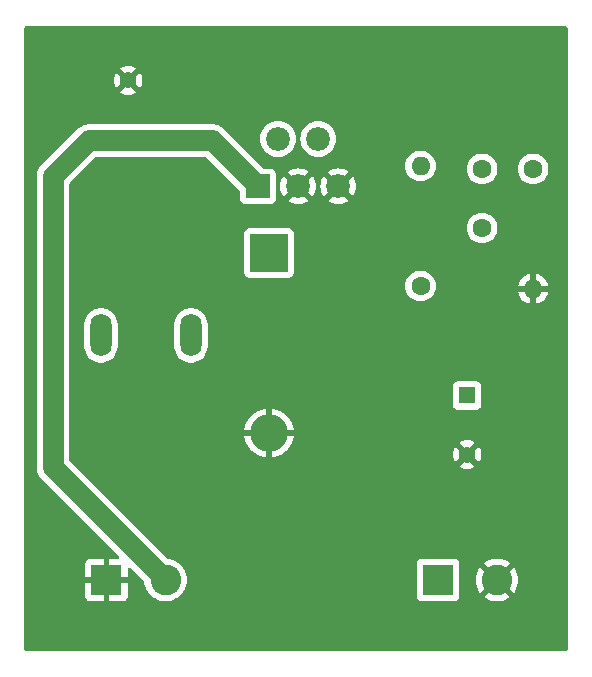
<source format=gbr>
%TF.GenerationSoftware,KiCad,Pcbnew,8.0.5*%
%TF.CreationDate,2024-10-22T15:17:33-04:00*%
%TF.ProjectId,buck_converter_lm2596_5V,6275636b-5f63-46f6-9e76-65727465725f,rev?*%
%TF.SameCoordinates,Original*%
%TF.FileFunction,Copper,L2,Bot*%
%TF.FilePolarity,Positive*%
%FSLAX46Y46*%
G04 Gerber Fmt 4.6, Leading zero omitted, Abs format (unit mm)*
G04 Created by KiCad (PCBNEW 8.0.5) date 2024-10-22 15:17:33*
%MOMM*%
%LPD*%
G01*
G04 APERTURE LIST*
%TA.AperFunction,ComponentPad*%
%ADD10R,2.019300X2.019300*%
%TD*%
%TA.AperFunction,ComponentPad*%
%ADD11C,2.019300*%
%TD*%
%TA.AperFunction,ComponentPad*%
%ADD12C,1.600000*%
%TD*%
%TA.AperFunction,ComponentPad*%
%ADD13R,2.600000X2.600000*%
%TD*%
%TA.AperFunction,ComponentPad*%
%ADD14C,2.600000*%
%TD*%
%TA.AperFunction,ComponentPad*%
%ADD15O,1.600000X1.600000*%
%TD*%
%TA.AperFunction,ComponentPad*%
%ADD16O,1.800000X3.600000*%
%TD*%
%TA.AperFunction,ComponentPad*%
%ADD17R,1.422400X1.422400*%
%TD*%
%TA.AperFunction,ComponentPad*%
%ADD18C,1.422400*%
%TD*%
%TA.AperFunction,ComponentPad*%
%ADD19R,3.200000X3.200000*%
%TD*%
%TA.AperFunction,ComponentPad*%
%ADD20O,3.200000X3.200000*%
%TD*%
%TA.AperFunction,Conductor*%
%ADD21C,1.750000*%
%TD*%
G04 APERTURE END LIST*
D10*
%TO.P,U1,1,VIN*%
%TO.N,Net-(J1-Pin_2)*%
X157429200Y-68656200D03*
D11*
%TO.P,U1,2,OUTPUT*%
%TO.N,LM2596_Output*%
X159131000Y-64643000D03*
%TO.P,U1,3,GND*%
%TO.N,GND*%
X160832800Y-68656200D03*
%TO.P,U1,4,FEEDBACK*%
%TO.N,feedback*%
X162534600Y-64643000D03*
%TO.P,U1,5,\u002AON/OFF*%
%TO.N,GND*%
X164236400Y-68656200D03*
%TD*%
D12*
%TO.P,C4,1*%
%TO.N,Net-(J2-Pin_1)*%
X176403000Y-72183000D03*
%TO.P,C4,2*%
%TO.N,feedback*%
X176403000Y-67183000D03*
%TD*%
D13*
%TO.P,J1,1,Pin_1*%
%TO.N,GND*%
X144606000Y-101981000D03*
D14*
%TO.P,J1,2,Pin_2*%
%TO.N,Net-(J1-Pin_2)*%
X149606000Y-101981000D03*
%TD*%
D12*
%TO.P,R1,1*%
%TO.N,Net-(J2-Pin_1)*%
X171196000Y-77089000D03*
D15*
%TO.P,R1,2*%
%TO.N,feedback*%
X171196000Y-66929000D03*
%TD*%
D13*
%TO.P,J2,1,Pin_1*%
%TO.N,Net-(J2-Pin_1)*%
X172673000Y-101981000D03*
D14*
%TO.P,J2,2,Pin_2*%
%TO.N,GND*%
X177673000Y-101981000D03*
%TD*%
D16*
%TO.P,L1,1,1*%
%TO.N,Net-(J2-Pin_1)*%
X144145000Y-81280000D03*
%TO.P,L1,2,2*%
%TO.N,LM2596_Output*%
X151765000Y-81280000D03*
%TD*%
D17*
%TO.P,C2,1*%
%TO.N,Net-(J2-Pin_1)*%
X175133000Y-86360000D03*
D18*
%TO.P,C2,2*%
%TO.N,GND*%
X175133000Y-91363800D03*
%TD*%
D19*
%TO.P,D1,1,K*%
%TO.N,LM2596_Output*%
X158369000Y-74295000D03*
D20*
%TO.P,D1,2,A*%
%TO.N,GND*%
X158369000Y-89535000D03*
%TD*%
D17*
%TO.P,C1,1*%
%TO.N,Net-(J1-Pin_2)*%
X146431000Y-64770000D03*
D18*
%TO.P,C1,2*%
%TO.N,GND*%
X146431000Y-59690000D03*
%TD*%
D12*
%TO.P,R2,1*%
%TO.N,feedback*%
X180721000Y-67183000D03*
D15*
%TO.P,R2,2*%
%TO.N,GND*%
X180721000Y-77343000D03*
%TD*%
D21*
%TO.N,Net-(J1-Pin_2)*%
X149606000Y-101981000D02*
X140081000Y-92456000D01*
X140081000Y-92456000D02*
X140081000Y-67818000D01*
X140081000Y-67818000D02*
X143129000Y-64770000D01*
X146431000Y-64770000D02*
X153543000Y-64770000D01*
X143129000Y-64770000D02*
X146431000Y-64770000D01*
X153543000Y-64770000D02*
X157429200Y-68656200D01*
%TD*%
%TA.AperFunction,Conductor*%
%TO.N,GND*%
G36*
X183592539Y-55130185D02*
G01*
X183638294Y-55182989D01*
X183649500Y-55234500D01*
X183649500Y-107833500D01*
X183629815Y-107900539D01*
X183577011Y-107946294D01*
X183525500Y-107957500D01*
X137784500Y-107957500D01*
X137717461Y-107937815D01*
X137671706Y-107885011D01*
X137660500Y-107833500D01*
X137660500Y-67709746D01*
X138705500Y-67709746D01*
X138705500Y-92564253D01*
X138739370Y-92778098D01*
X138806272Y-92984006D01*
X138806273Y-92984009D01*
X138904569Y-93176922D01*
X139031821Y-93352071D01*
X139031825Y-93352076D01*
X145649068Y-99969319D01*
X145682553Y-100030642D01*
X145677569Y-100100334D01*
X145635697Y-100156267D01*
X145570233Y-100180684D01*
X145561387Y-100181000D01*
X144856000Y-100181000D01*
X144856000Y-101380998D01*
X144795598Y-101355979D01*
X144670019Y-101331000D01*
X144541981Y-101331000D01*
X144416402Y-101355979D01*
X144356000Y-101380998D01*
X144356000Y-100181000D01*
X143258155Y-100181000D01*
X143198627Y-100187401D01*
X143198620Y-100187403D01*
X143063913Y-100237645D01*
X143063906Y-100237649D01*
X142948812Y-100323809D01*
X142948809Y-100323812D01*
X142862649Y-100438906D01*
X142862645Y-100438913D01*
X142812403Y-100573620D01*
X142812401Y-100573627D01*
X142806000Y-100633155D01*
X142806000Y-101731000D01*
X144005999Y-101731000D01*
X143980979Y-101791402D01*
X143956000Y-101916981D01*
X143956000Y-102045019D01*
X143980979Y-102170598D01*
X144005999Y-102231000D01*
X142806000Y-102231000D01*
X142806000Y-103328844D01*
X142812401Y-103388372D01*
X142812403Y-103388379D01*
X142862645Y-103523086D01*
X142862649Y-103523093D01*
X142948809Y-103638187D01*
X142948812Y-103638190D01*
X143063906Y-103724350D01*
X143063913Y-103724354D01*
X143198620Y-103774596D01*
X143198627Y-103774598D01*
X143258155Y-103780999D01*
X143258172Y-103781000D01*
X144356000Y-103781000D01*
X144356000Y-102581001D01*
X144416402Y-102606021D01*
X144541981Y-102631000D01*
X144670019Y-102631000D01*
X144795598Y-102606021D01*
X144856000Y-102581001D01*
X144856000Y-103781000D01*
X145953828Y-103781000D01*
X145953844Y-103780999D01*
X146013372Y-103774598D01*
X146013379Y-103774596D01*
X146148086Y-103724354D01*
X146148093Y-103724350D01*
X146263187Y-103638190D01*
X146263190Y-103638187D01*
X146349350Y-103523093D01*
X146349354Y-103523086D01*
X146399596Y-103388379D01*
X146399598Y-103388372D01*
X146405999Y-103328844D01*
X146406000Y-103328827D01*
X146406000Y-102231000D01*
X145206001Y-102231000D01*
X145231021Y-102170598D01*
X145256000Y-102045019D01*
X145256000Y-101916981D01*
X145231021Y-101791402D01*
X145206001Y-101731000D01*
X146406000Y-101731000D01*
X146406000Y-101025613D01*
X146425685Y-100958574D01*
X146478489Y-100912819D01*
X146547647Y-100902875D01*
X146611203Y-100931900D01*
X146617681Y-100937932D01*
X147779233Y-102099484D01*
X147812718Y-102160807D01*
X147815205Y-102177896D01*
X147820617Y-102250103D01*
X147820618Y-102250106D01*
X147880663Y-102513186D01*
X147880666Y-102513195D01*
X147926901Y-102631000D01*
X147979257Y-102764398D01*
X148114185Y-102998102D01*
X148167655Y-103065151D01*
X148282442Y-103209089D01*
X148469183Y-103382358D01*
X148480259Y-103392635D01*
X148703226Y-103544651D01*
X148946359Y-103661738D01*
X149204228Y-103741280D01*
X149204229Y-103741280D01*
X149204232Y-103741281D01*
X149471063Y-103781499D01*
X149471068Y-103781499D01*
X149471071Y-103781500D01*
X149471072Y-103781500D01*
X149740928Y-103781500D01*
X149740929Y-103781500D01*
X149740936Y-103781499D01*
X150007767Y-103741281D01*
X150007768Y-103741280D01*
X150007772Y-103741280D01*
X150265641Y-103661738D01*
X150508775Y-103544651D01*
X150731741Y-103392635D01*
X150929561Y-103209085D01*
X151097815Y-102998102D01*
X151232743Y-102764398D01*
X151331334Y-102513195D01*
X151391383Y-102250103D01*
X151411549Y-101981000D01*
X151391383Y-101711897D01*
X151331334Y-101448805D01*
X151232743Y-101197602D01*
X151097815Y-100963898D01*
X150929561Y-100752915D01*
X150929560Y-100752914D01*
X150929557Y-100752910D01*
X150800469Y-100633135D01*
X170872500Y-100633135D01*
X170872500Y-103328870D01*
X170872501Y-103328876D01*
X170878908Y-103388483D01*
X170929202Y-103523328D01*
X170929206Y-103523335D01*
X171015452Y-103638544D01*
X171015455Y-103638547D01*
X171130664Y-103724793D01*
X171130671Y-103724797D01*
X171265517Y-103775091D01*
X171265516Y-103775091D01*
X171272444Y-103775835D01*
X171325127Y-103781500D01*
X174020872Y-103781499D01*
X174080483Y-103775091D01*
X174215331Y-103724796D01*
X174330546Y-103638546D01*
X174416796Y-103523331D01*
X174467091Y-103388483D01*
X174473500Y-103328873D01*
X174473499Y-101980995D01*
X175867953Y-101980995D01*
X175867953Y-101981004D01*
X175888113Y-102250026D01*
X175888113Y-102250028D01*
X175948142Y-102513033D01*
X175948148Y-102513052D01*
X176046709Y-102764181D01*
X176046708Y-102764181D01*
X176181602Y-102997822D01*
X176235294Y-103065151D01*
X176235295Y-103065151D01*
X177071958Y-102228488D01*
X177096978Y-102288890D01*
X177168112Y-102395351D01*
X177258649Y-102485888D01*
X177365110Y-102557022D01*
X177425510Y-102582041D01*
X176587848Y-103419702D01*
X176770483Y-103544220D01*
X176770485Y-103544221D01*
X177013539Y-103661269D01*
X177013537Y-103661269D01*
X177271337Y-103740790D01*
X177271343Y-103740792D01*
X177538101Y-103780999D01*
X177538110Y-103781000D01*
X177807890Y-103781000D01*
X177807898Y-103780999D01*
X178074656Y-103740792D01*
X178074662Y-103740790D01*
X178332461Y-103661269D01*
X178575521Y-103544218D01*
X178758150Y-103419702D01*
X177920488Y-102582041D01*
X177980890Y-102557022D01*
X178087351Y-102485888D01*
X178177888Y-102395351D01*
X178249022Y-102288890D01*
X178274041Y-102228488D01*
X179110703Y-103065151D01*
X179110704Y-103065150D01*
X179164393Y-102997828D01*
X179164400Y-102997817D01*
X179299290Y-102764181D01*
X179397851Y-102513052D01*
X179397857Y-102513033D01*
X179457886Y-102250028D01*
X179457886Y-102250026D01*
X179478047Y-101981004D01*
X179478047Y-101980995D01*
X179457886Y-101711973D01*
X179457886Y-101711971D01*
X179397857Y-101448966D01*
X179397851Y-101448947D01*
X179299290Y-101197818D01*
X179299291Y-101197818D01*
X179164397Y-100964177D01*
X179110704Y-100896847D01*
X178274041Y-101733510D01*
X178249022Y-101673110D01*
X178177888Y-101566649D01*
X178087351Y-101476112D01*
X177980890Y-101404978D01*
X177920488Y-101379958D01*
X178758150Y-100542296D01*
X178575517Y-100417779D01*
X178575516Y-100417778D01*
X178332460Y-100300730D01*
X178332462Y-100300730D01*
X178074662Y-100221209D01*
X178074656Y-100221207D01*
X177807898Y-100181000D01*
X177538101Y-100181000D01*
X177271343Y-100221207D01*
X177271337Y-100221209D01*
X177013538Y-100300730D01*
X176770485Y-100417778D01*
X176770476Y-100417783D01*
X176587848Y-100542296D01*
X177425511Y-101379958D01*
X177365110Y-101404978D01*
X177258649Y-101476112D01*
X177168112Y-101566649D01*
X177096978Y-101673110D01*
X177071958Y-101733511D01*
X176235295Y-100896848D01*
X176181600Y-100964180D01*
X176046709Y-101197818D01*
X175948148Y-101448947D01*
X175948142Y-101448966D01*
X175888113Y-101711971D01*
X175888113Y-101711973D01*
X175867953Y-101980995D01*
X174473499Y-101980995D01*
X174473499Y-100633128D01*
X174467091Y-100573517D01*
X174465542Y-100569365D01*
X174416797Y-100438671D01*
X174416793Y-100438664D01*
X174330547Y-100323455D01*
X174330544Y-100323452D01*
X174215335Y-100237206D01*
X174215328Y-100237202D01*
X174080482Y-100186908D01*
X174080483Y-100186908D01*
X174020883Y-100180501D01*
X174020881Y-100180500D01*
X174020873Y-100180500D01*
X174020864Y-100180500D01*
X171325129Y-100180500D01*
X171325123Y-100180501D01*
X171265516Y-100186908D01*
X171130671Y-100237202D01*
X171130664Y-100237206D01*
X171015455Y-100323452D01*
X171015452Y-100323455D01*
X170929206Y-100438664D01*
X170929202Y-100438671D01*
X170878908Y-100573517D01*
X170872501Y-100633116D01*
X170872501Y-100633123D01*
X170872500Y-100633135D01*
X150800469Y-100633135D01*
X150731741Y-100569365D01*
X150692038Y-100542296D01*
X150508775Y-100417349D01*
X150508771Y-100417347D01*
X150508768Y-100417345D01*
X150508767Y-100417344D01*
X150265643Y-100300263D01*
X150265645Y-100300263D01*
X150007773Y-100220720D01*
X150007767Y-100220718D01*
X149792840Y-100188324D01*
X149729483Y-100158868D01*
X149723640Y-100153390D01*
X141492819Y-91922568D01*
X141459334Y-91861245D01*
X141456500Y-91834887D01*
X141456500Y-89284999D01*
X156281192Y-89284999D01*
X156281193Y-89285000D01*
X157606639Y-89285000D01*
X157599743Y-89301649D01*
X157569000Y-89456207D01*
X157569000Y-89613793D01*
X157599743Y-89768351D01*
X157606639Y-89785000D01*
X156281193Y-89785000D01*
X156283697Y-89821619D01*
X156342146Y-90102888D01*
X156342150Y-90102902D01*
X156438355Y-90373595D01*
X156570527Y-90628676D01*
X156736204Y-90863385D01*
X156736204Y-90863386D01*
X156932288Y-91073341D01*
X157155135Y-91254641D01*
X157155146Y-91254648D01*
X157400607Y-91403917D01*
X157664108Y-91518371D01*
X157940737Y-91595879D01*
X157940746Y-91595881D01*
X158118999Y-91620380D01*
X158119000Y-91620380D01*
X158119000Y-90297360D01*
X158135649Y-90304257D01*
X158290207Y-90335000D01*
X158447793Y-90335000D01*
X158602351Y-90304257D01*
X158619000Y-90297360D01*
X158619000Y-91620380D01*
X158797253Y-91595881D01*
X158797262Y-91595879D01*
X159073891Y-91518371D01*
X159337392Y-91403917D01*
X159403365Y-91363798D01*
X173917173Y-91363798D01*
X173917173Y-91363801D01*
X173935643Y-91574920D01*
X173935645Y-91574931D01*
X173990493Y-91779629D01*
X173990497Y-91779638D01*
X174080062Y-91971712D01*
X174080063Y-91971714D01*
X174117733Y-92025512D01*
X174117734Y-92025513D01*
X174684983Y-91458263D01*
X174706958Y-91540273D01*
X174767149Y-91644527D01*
X174852273Y-91729651D01*
X174956527Y-91789842D01*
X175038535Y-91811816D01*
X174471285Y-92379065D01*
X174525087Y-92416737D01*
X174717161Y-92506302D01*
X174717170Y-92506306D01*
X174921868Y-92561154D01*
X174921879Y-92561156D01*
X175132998Y-92579627D01*
X175133002Y-92579627D01*
X175344120Y-92561156D01*
X175344131Y-92561154D01*
X175548829Y-92506306D01*
X175548838Y-92506302D01*
X175740913Y-92416737D01*
X175740917Y-92416735D01*
X175794713Y-92379066D01*
X175227464Y-91811816D01*
X175309473Y-91789842D01*
X175413727Y-91729651D01*
X175498851Y-91644527D01*
X175559042Y-91540273D01*
X175581016Y-91458263D01*
X176148266Y-92025513D01*
X176185935Y-91971717D01*
X176185937Y-91971713D01*
X176275502Y-91779638D01*
X176275506Y-91779629D01*
X176330354Y-91574931D01*
X176330356Y-91574920D01*
X176348827Y-91363801D01*
X176348827Y-91363798D01*
X176330356Y-91152679D01*
X176330354Y-91152668D01*
X176275506Y-90947970D01*
X176275502Y-90947961D01*
X176185934Y-90755883D01*
X176148266Y-90702086D01*
X176148265Y-90702085D01*
X175581016Y-91269335D01*
X175559042Y-91187327D01*
X175498851Y-91083073D01*
X175413727Y-90997949D01*
X175309473Y-90937758D01*
X175227464Y-90915783D01*
X175794713Y-90348534D01*
X175794712Y-90348533D01*
X175740914Y-90310863D01*
X175740912Y-90310862D01*
X175548838Y-90221297D01*
X175548829Y-90221293D01*
X175344131Y-90166445D01*
X175344120Y-90166443D01*
X175133002Y-90147973D01*
X175132998Y-90147973D01*
X174921879Y-90166443D01*
X174921868Y-90166445D01*
X174717170Y-90221293D01*
X174717161Y-90221297D01*
X174525088Y-90310862D01*
X174471286Y-90348533D01*
X175038536Y-90915783D01*
X174956527Y-90937758D01*
X174852273Y-90997949D01*
X174767149Y-91083073D01*
X174706958Y-91187327D01*
X174684983Y-91269336D01*
X174117733Y-90702086D01*
X174080062Y-90755888D01*
X173990497Y-90947961D01*
X173990493Y-90947970D01*
X173935645Y-91152668D01*
X173935643Y-91152679D01*
X173917173Y-91363798D01*
X159403365Y-91363798D01*
X159582853Y-91254648D01*
X159582864Y-91254641D01*
X159805711Y-91073341D01*
X160001795Y-90863386D01*
X160001795Y-90863385D01*
X160167472Y-90628676D01*
X160299644Y-90373595D01*
X160395849Y-90102902D01*
X160395853Y-90102888D01*
X160454302Y-89821619D01*
X160456807Y-89785000D01*
X159131361Y-89785000D01*
X159138257Y-89768351D01*
X159169000Y-89613793D01*
X159169000Y-89456207D01*
X159138257Y-89301649D01*
X159131361Y-89285000D01*
X160456807Y-89285000D01*
X160456807Y-89284999D01*
X160454302Y-89248380D01*
X160395853Y-88967111D01*
X160395849Y-88967097D01*
X160299644Y-88696404D01*
X160167472Y-88441323D01*
X160001795Y-88206614D01*
X160001795Y-88206613D01*
X159805711Y-87996658D01*
X159582864Y-87815358D01*
X159582853Y-87815351D01*
X159337392Y-87666082D01*
X159073891Y-87551628D01*
X158797262Y-87474120D01*
X158797255Y-87474119D01*
X158619000Y-87449618D01*
X158619000Y-88772639D01*
X158602351Y-88765743D01*
X158447793Y-88735000D01*
X158290207Y-88735000D01*
X158135649Y-88765743D01*
X158119000Y-88772639D01*
X158119000Y-87449618D01*
X157940744Y-87474119D01*
X157940737Y-87474120D01*
X157664108Y-87551628D01*
X157400607Y-87666082D01*
X157155146Y-87815351D01*
X157155135Y-87815358D01*
X156932288Y-87996658D01*
X156736204Y-88206613D01*
X156736204Y-88206614D01*
X156570527Y-88441323D01*
X156438355Y-88696404D01*
X156342150Y-88967097D01*
X156342146Y-88967111D01*
X156283697Y-89248380D01*
X156281192Y-89284999D01*
X141456500Y-89284999D01*
X141456500Y-85600935D01*
X173921300Y-85600935D01*
X173921300Y-87119070D01*
X173921301Y-87119076D01*
X173927708Y-87178683D01*
X173978002Y-87313528D01*
X173978006Y-87313535D01*
X174064252Y-87428744D01*
X174064255Y-87428747D01*
X174179464Y-87514993D01*
X174179471Y-87514997D01*
X174314317Y-87565291D01*
X174314316Y-87565291D01*
X174321244Y-87566035D01*
X174373927Y-87571700D01*
X175892072Y-87571699D01*
X175951683Y-87565291D01*
X176086531Y-87514996D01*
X176201746Y-87428746D01*
X176287996Y-87313531D01*
X176338291Y-87178683D01*
X176344700Y-87119073D01*
X176344699Y-85600928D01*
X176338291Y-85541317D01*
X176287996Y-85406469D01*
X176287995Y-85406468D01*
X176287993Y-85406464D01*
X176201747Y-85291255D01*
X176201744Y-85291252D01*
X176086535Y-85205006D01*
X176086528Y-85205002D01*
X175951682Y-85154708D01*
X175951683Y-85154708D01*
X175892083Y-85148301D01*
X175892081Y-85148300D01*
X175892073Y-85148300D01*
X175892064Y-85148300D01*
X174373929Y-85148300D01*
X174373923Y-85148301D01*
X174314316Y-85154708D01*
X174179471Y-85205002D01*
X174179464Y-85205006D01*
X174064255Y-85291252D01*
X174064252Y-85291255D01*
X173978006Y-85406464D01*
X173978002Y-85406471D01*
X173927708Y-85541317D01*
X173921301Y-85600916D01*
X173921301Y-85600923D01*
X173921300Y-85600935D01*
X141456500Y-85600935D01*
X141456500Y-80269778D01*
X142744500Y-80269778D01*
X142744500Y-82290221D01*
X142778985Y-82507952D01*
X142847103Y-82717603D01*
X142847104Y-82717606D01*
X142947187Y-82914025D01*
X143076752Y-83092358D01*
X143076756Y-83092363D01*
X143232636Y-83248243D01*
X143232641Y-83248247D01*
X143388192Y-83361260D01*
X143410978Y-83377815D01*
X143539375Y-83443237D01*
X143607393Y-83477895D01*
X143607396Y-83477896D01*
X143712221Y-83511955D01*
X143817049Y-83546015D01*
X144034778Y-83580500D01*
X144034779Y-83580500D01*
X144255221Y-83580500D01*
X144255222Y-83580500D01*
X144472951Y-83546015D01*
X144682606Y-83477895D01*
X144879022Y-83377815D01*
X145057365Y-83248242D01*
X145213242Y-83092365D01*
X145342815Y-82914022D01*
X145442895Y-82717606D01*
X145511015Y-82507951D01*
X145545500Y-82290222D01*
X145545500Y-80269778D01*
X150364500Y-80269778D01*
X150364500Y-82290221D01*
X150398985Y-82507952D01*
X150467103Y-82717603D01*
X150467104Y-82717606D01*
X150567187Y-82914025D01*
X150696752Y-83092358D01*
X150696756Y-83092363D01*
X150852636Y-83248243D01*
X150852641Y-83248247D01*
X151008192Y-83361260D01*
X151030978Y-83377815D01*
X151159375Y-83443237D01*
X151227393Y-83477895D01*
X151227396Y-83477896D01*
X151332221Y-83511955D01*
X151437049Y-83546015D01*
X151654778Y-83580500D01*
X151654779Y-83580500D01*
X151875221Y-83580500D01*
X151875222Y-83580500D01*
X152092951Y-83546015D01*
X152302606Y-83477895D01*
X152499022Y-83377815D01*
X152677365Y-83248242D01*
X152833242Y-83092365D01*
X152962815Y-82914022D01*
X153062895Y-82717606D01*
X153131015Y-82507951D01*
X153165500Y-82290222D01*
X153165500Y-80269778D01*
X153131015Y-80052049D01*
X153062895Y-79842394D01*
X153062895Y-79842393D01*
X153028237Y-79774375D01*
X152962815Y-79645978D01*
X152946260Y-79623192D01*
X152833247Y-79467641D01*
X152833243Y-79467636D01*
X152677363Y-79311756D01*
X152677358Y-79311752D01*
X152499025Y-79182187D01*
X152499024Y-79182186D01*
X152499022Y-79182185D01*
X152436096Y-79150122D01*
X152302606Y-79082104D01*
X152302603Y-79082103D01*
X152092952Y-79013985D01*
X151984086Y-78996742D01*
X151875222Y-78979500D01*
X151654778Y-78979500D01*
X151582201Y-78990995D01*
X151437047Y-79013985D01*
X151227396Y-79082103D01*
X151227393Y-79082104D01*
X151030974Y-79182187D01*
X150852641Y-79311752D01*
X150852636Y-79311756D01*
X150696756Y-79467636D01*
X150696752Y-79467641D01*
X150567187Y-79645974D01*
X150467104Y-79842393D01*
X150467103Y-79842396D01*
X150398985Y-80052047D01*
X150364500Y-80269778D01*
X145545500Y-80269778D01*
X145511015Y-80052049D01*
X145442895Y-79842394D01*
X145442895Y-79842393D01*
X145408237Y-79774375D01*
X145342815Y-79645978D01*
X145326260Y-79623192D01*
X145213247Y-79467641D01*
X145213243Y-79467636D01*
X145057363Y-79311756D01*
X145057358Y-79311752D01*
X144879025Y-79182187D01*
X144879024Y-79182186D01*
X144879022Y-79182185D01*
X144816096Y-79150122D01*
X144682606Y-79082104D01*
X144682603Y-79082103D01*
X144472952Y-79013985D01*
X144364086Y-78996742D01*
X144255222Y-78979500D01*
X144034778Y-78979500D01*
X143962201Y-78990995D01*
X143817047Y-79013985D01*
X143607396Y-79082103D01*
X143607393Y-79082104D01*
X143410974Y-79182187D01*
X143232641Y-79311752D01*
X143232636Y-79311756D01*
X143076756Y-79467636D01*
X143076752Y-79467641D01*
X142947187Y-79645974D01*
X142847104Y-79842393D01*
X142847103Y-79842396D01*
X142778985Y-80052047D01*
X142744500Y-80269778D01*
X141456500Y-80269778D01*
X141456500Y-77088998D01*
X169890532Y-77088998D01*
X169890532Y-77089001D01*
X169910364Y-77315686D01*
X169910366Y-77315697D01*
X169969258Y-77535488D01*
X169969261Y-77535497D01*
X170065431Y-77741732D01*
X170065432Y-77741734D01*
X170195954Y-77928141D01*
X170356858Y-78089045D01*
X170356861Y-78089047D01*
X170543266Y-78219568D01*
X170749504Y-78315739D01*
X170969308Y-78374635D01*
X171131230Y-78388801D01*
X171195998Y-78394468D01*
X171196000Y-78394468D01*
X171196002Y-78394468D01*
X171252673Y-78389509D01*
X171422692Y-78374635D01*
X171642496Y-78315739D01*
X171848734Y-78219568D01*
X172035139Y-78089047D01*
X172196047Y-77928139D01*
X172326568Y-77741734D01*
X172422739Y-77535496D01*
X172481635Y-77315692D01*
X172501118Y-77092999D01*
X179442127Y-77092999D01*
X179442128Y-77093000D01*
X180405314Y-77093000D01*
X180400920Y-77097394D01*
X180348259Y-77188606D01*
X180321000Y-77290339D01*
X180321000Y-77395661D01*
X180348259Y-77497394D01*
X180400920Y-77588606D01*
X180405314Y-77593000D01*
X179442128Y-77593000D01*
X179494730Y-77789317D01*
X179494734Y-77789326D01*
X179590865Y-77995482D01*
X179721342Y-78181820D01*
X179882179Y-78342657D01*
X180068517Y-78473134D01*
X180274673Y-78569265D01*
X180274682Y-78569269D01*
X180470999Y-78621872D01*
X180471000Y-78621871D01*
X180471000Y-77658686D01*
X180475394Y-77663080D01*
X180566606Y-77715741D01*
X180668339Y-77743000D01*
X180773661Y-77743000D01*
X180875394Y-77715741D01*
X180966606Y-77663080D01*
X180971000Y-77658686D01*
X180971000Y-78621872D01*
X181167317Y-78569269D01*
X181167326Y-78569265D01*
X181373482Y-78473134D01*
X181559820Y-78342657D01*
X181720657Y-78181820D01*
X181851134Y-77995482D01*
X181947265Y-77789326D01*
X181947269Y-77789317D01*
X181999872Y-77593000D01*
X181036686Y-77593000D01*
X181041080Y-77588606D01*
X181093741Y-77497394D01*
X181121000Y-77395661D01*
X181121000Y-77290339D01*
X181093741Y-77188606D01*
X181041080Y-77097394D01*
X181036686Y-77093000D01*
X181999872Y-77093000D01*
X181999872Y-77092999D01*
X181947269Y-76896682D01*
X181947265Y-76896673D01*
X181851134Y-76690517D01*
X181720657Y-76504179D01*
X181559820Y-76343342D01*
X181373482Y-76212865D01*
X181167328Y-76116734D01*
X180971000Y-76064127D01*
X180971000Y-77027314D01*
X180966606Y-77022920D01*
X180875394Y-76970259D01*
X180773661Y-76943000D01*
X180668339Y-76943000D01*
X180566606Y-76970259D01*
X180475394Y-77022920D01*
X180471000Y-77027314D01*
X180471000Y-76064127D01*
X180274671Y-76116734D01*
X180068517Y-76212865D01*
X179882179Y-76343342D01*
X179721342Y-76504179D01*
X179590865Y-76690517D01*
X179494734Y-76896673D01*
X179494730Y-76896682D01*
X179442127Y-77092999D01*
X172501118Y-77092999D01*
X172501468Y-77089000D01*
X172481635Y-76862308D01*
X172422739Y-76642504D01*
X172326568Y-76436266D01*
X172196047Y-76249861D01*
X172196045Y-76249858D01*
X172035141Y-76088954D01*
X171848734Y-75958432D01*
X171848732Y-75958431D01*
X171642497Y-75862261D01*
X171642488Y-75862258D01*
X171422697Y-75803366D01*
X171422693Y-75803365D01*
X171422692Y-75803365D01*
X171422691Y-75803364D01*
X171422686Y-75803364D01*
X171196002Y-75783532D01*
X171195998Y-75783532D01*
X170969313Y-75803364D01*
X170969302Y-75803366D01*
X170749511Y-75862258D01*
X170749502Y-75862261D01*
X170543267Y-75958431D01*
X170543265Y-75958432D01*
X170356858Y-76088954D01*
X170195954Y-76249858D01*
X170065432Y-76436265D01*
X170065431Y-76436267D01*
X169969261Y-76642502D01*
X169969258Y-76642511D01*
X169910366Y-76862302D01*
X169910364Y-76862313D01*
X169890532Y-77088998D01*
X141456500Y-77088998D01*
X141456500Y-72647135D01*
X156268500Y-72647135D01*
X156268500Y-75942870D01*
X156268501Y-75942876D01*
X156274908Y-76002483D01*
X156325202Y-76137328D01*
X156325206Y-76137335D01*
X156411452Y-76252544D01*
X156411455Y-76252547D01*
X156526664Y-76338793D01*
X156526671Y-76338797D01*
X156661517Y-76389091D01*
X156661516Y-76389091D01*
X156668444Y-76389835D01*
X156721127Y-76395500D01*
X160016872Y-76395499D01*
X160076483Y-76389091D01*
X160211331Y-76338796D01*
X160326546Y-76252546D01*
X160412796Y-76137331D01*
X160463091Y-76002483D01*
X160469500Y-75942873D01*
X160469499Y-72647128D01*
X160463091Y-72587517D01*
X160412796Y-72452669D01*
X160412795Y-72452668D01*
X160412793Y-72452664D01*
X160326547Y-72337455D01*
X160326544Y-72337452D01*
X160211335Y-72251206D01*
X160211328Y-72251202D01*
X160076482Y-72200908D01*
X160076483Y-72200908D01*
X160016883Y-72194501D01*
X160016881Y-72194500D01*
X160016873Y-72194500D01*
X160016864Y-72194500D01*
X156721129Y-72194500D01*
X156721123Y-72194501D01*
X156661516Y-72200908D01*
X156526671Y-72251202D01*
X156526664Y-72251206D01*
X156411455Y-72337452D01*
X156411452Y-72337455D01*
X156325206Y-72452664D01*
X156325202Y-72452671D01*
X156274908Y-72587517D01*
X156270395Y-72629497D01*
X156268501Y-72647123D01*
X156268500Y-72647135D01*
X141456500Y-72647135D01*
X141456500Y-72182998D01*
X175097532Y-72182998D01*
X175097532Y-72183001D01*
X175117364Y-72409686D01*
X175117366Y-72409697D01*
X175176258Y-72629488D01*
X175176261Y-72629497D01*
X175272431Y-72835732D01*
X175272432Y-72835734D01*
X175402954Y-73022141D01*
X175563858Y-73183045D01*
X175563861Y-73183047D01*
X175750266Y-73313568D01*
X175956504Y-73409739D01*
X176176308Y-73468635D01*
X176338230Y-73482801D01*
X176402998Y-73488468D01*
X176403000Y-73488468D01*
X176403002Y-73488468D01*
X176459673Y-73483509D01*
X176629692Y-73468635D01*
X176849496Y-73409739D01*
X177055734Y-73313568D01*
X177242139Y-73183047D01*
X177403047Y-73022139D01*
X177533568Y-72835734D01*
X177629739Y-72629496D01*
X177688635Y-72409692D01*
X177708468Y-72183000D01*
X177688635Y-71956308D01*
X177629739Y-71736504D01*
X177533568Y-71530266D01*
X177403047Y-71343861D01*
X177403045Y-71343858D01*
X177242141Y-71182954D01*
X177055734Y-71052432D01*
X177055732Y-71052431D01*
X176849497Y-70956261D01*
X176849488Y-70956258D01*
X176629697Y-70897366D01*
X176629693Y-70897365D01*
X176629692Y-70897365D01*
X176629691Y-70897364D01*
X176629686Y-70897364D01*
X176403002Y-70877532D01*
X176402998Y-70877532D01*
X176176313Y-70897364D01*
X176176302Y-70897366D01*
X175956511Y-70956258D01*
X175956502Y-70956261D01*
X175750267Y-71052431D01*
X175750265Y-71052432D01*
X175563858Y-71182954D01*
X175402954Y-71343858D01*
X175272432Y-71530265D01*
X175272431Y-71530267D01*
X175176261Y-71736502D01*
X175176258Y-71736511D01*
X175117366Y-71956302D01*
X175117364Y-71956313D01*
X175097532Y-72182998D01*
X141456500Y-72182998D01*
X141456500Y-68439113D01*
X141476185Y-68372074D01*
X141492819Y-68351432D01*
X143662432Y-66181819D01*
X143723755Y-66148334D01*
X143750113Y-66145500D01*
X146322746Y-66145500D01*
X152921887Y-66145500D01*
X152988926Y-66165185D01*
X153009568Y-66181819D01*
X155882731Y-69054982D01*
X155916216Y-69116305D01*
X155919050Y-69142663D01*
X155919050Y-69713720D01*
X155919051Y-69713726D01*
X155925458Y-69773333D01*
X155975752Y-69908178D01*
X155975756Y-69908185D01*
X156062002Y-70023394D01*
X156062005Y-70023397D01*
X156177214Y-70109643D01*
X156177221Y-70109647D01*
X156312067Y-70159941D01*
X156312066Y-70159941D01*
X156318994Y-70160685D01*
X156371677Y-70166350D01*
X158486722Y-70166349D01*
X158546333Y-70159941D01*
X158681181Y-70109646D01*
X158796396Y-70023396D01*
X158882646Y-69908181D01*
X158932941Y-69773333D01*
X158939350Y-69713723D01*
X158939349Y-68656200D01*
X159318482Y-68656200D01*
X159337126Y-68893095D01*
X159392596Y-69124145D01*
X159483532Y-69343686D01*
X159600647Y-69534799D01*
X160214078Y-68921368D01*
X160236306Y-68975032D01*
X160309969Y-69085276D01*
X160403724Y-69179031D01*
X160513968Y-69252694D01*
X160567630Y-69274921D01*
X159954199Y-69888351D01*
X160145313Y-70005467D01*
X160364854Y-70096403D01*
X160595904Y-70151873D01*
X160832800Y-70170517D01*
X161069695Y-70151873D01*
X161300745Y-70096403D01*
X161520286Y-70005467D01*
X161711399Y-69888352D01*
X161711399Y-69888351D01*
X161097969Y-69274921D01*
X161151632Y-69252694D01*
X161261876Y-69179031D01*
X161355631Y-69085276D01*
X161429294Y-68975032D01*
X161451521Y-68921369D01*
X162064951Y-69534799D01*
X162064952Y-69534799D01*
X162182067Y-69343686D01*
X162273003Y-69124145D01*
X162328473Y-68893095D01*
X162347117Y-68656200D01*
X162722082Y-68656200D01*
X162740726Y-68893095D01*
X162796196Y-69124145D01*
X162887132Y-69343686D01*
X163004247Y-69534799D01*
X163617678Y-68921368D01*
X163639906Y-68975032D01*
X163713569Y-69085276D01*
X163807324Y-69179031D01*
X163917568Y-69252694D01*
X163971230Y-69274921D01*
X163357799Y-69888351D01*
X163548913Y-70005467D01*
X163768454Y-70096403D01*
X163999504Y-70151873D01*
X164236400Y-70170517D01*
X164473295Y-70151873D01*
X164704345Y-70096403D01*
X164923886Y-70005467D01*
X165114999Y-69888352D01*
X165114999Y-69888351D01*
X164501569Y-69274921D01*
X164555232Y-69252694D01*
X164665476Y-69179031D01*
X164759231Y-69085276D01*
X164832894Y-68975032D01*
X164855121Y-68921369D01*
X165468551Y-69534799D01*
X165468552Y-69534799D01*
X165585667Y-69343686D01*
X165676603Y-69124145D01*
X165732073Y-68893095D01*
X165750717Y-68656200D01*
X165732073Y-68419304D01*
X165676603Y-68188254D01*
X165585667Y-67968713D01*
X165468551Y-67777599D01*
X164855121Y-68391030D01*
X164832894Y-68337368D01*
X164759231Y-68227124D01*
X164665476Y-68133369D01*
X164555232Y-68059706D01*
X164501569Y-68037478D01*
X165114999Y-67424047D01*
X164923886Y-67306932D01*
X164704345Y-67215996D01*
X164473295Y-67160526D01*
X164236400Y-67141882D01*
X163999504Y-67160526D01*
X163768454Y-67215996D01*
X163548913Y-67306932D01*
X163357799Y-67424047D01*
X163971230Y-68037478D01*
X163917568Y-68059706D01*
X163807324Y-68133369D01*
X163713569Y-68227124D01*
X163639906Y-68337368D01*
X163617678Y-68391030D01*
X163004247Y-67777599D01*
X162887132Y-67968713D01*
X162796196Y-68188254D01*
X162740726Y-68419304D01*
X162722082Y-68656200D01*
X162347117Y-68656200D01*
X162328473Y-68419304D01*
X162273003Y-68188254D01*
X162182067Y-67968713D01*
X162064951Y-67777599D01*
X161451521Y-68391030D01*
X161429294Y-68337368D01*
X161355631Y-68227124D01*
X161261876Y-68133369D01*
X161151632Y-68059706D01*
X161097969Y-68037478D01*
X161711399Y-67424047D01*
X161520286Y-67306932D01*
X161300745Y-67215996D01*
X161069695Y-67160526D01*
X160832800Y-67141882D01*
X160595904Y-67160526D01*
X160364854Y-67215996D01*
X160145313Y-67306932D01*
X159954199Y-67424047D01*
X160567630Y-68037478D01*
X160513968Y-68059706D01*
X160403724Y-68133369D01*
X160309969Y-68227124D01*
X160236306Y-68337368D01*
X160214078Y-68391030D01*
X159600647Y-67777599D01*
X159483532Y-67968713D01*
X159392596Y-68188254D01*
X159337126Y-68419304D01*
X159318482Y-68656200D01*
X158939349Y-68656200D01*
X158939349Y-67598678D01*
X158932941Y-67539067D01*
X158890041Y-67424047D01*
X158882647Y-67404221D01*
X158882643Y-67404214D01*
X158796397Y-67289005D01*
X158796394Y-67289002D01*
X158681185Y-67202756D01*
X158681178Y-67202752D01*
X158546332Y-67152458D01*
X158546333Y-67152458D01*
X158486733Y-67146051D01*
X158486731Y-67146050D01*
X158486723Y-67146050D01*
X158486715Y-67146050D01*
X157915663Y-67146050D01*
X157848624Y-67126365D01*
X157827982Y-67109731D01*
X157647249Y-66928998D01*
X169890532Y-66928998D01*
X169890532Y-66929001D01*
X169910364Y-67155686D01*
X169910366Y-67155697D01*
X169969258Y-67375488D01*
X169969261Y-67375497D01*
X170065431Y-67581732D01*
X170065432Y-67581734D01*
X170195954Y-67768141D01*
X170356858Y-67929045D01*
X170356861Y-67929047D01*
X170543266Y-68059568D01*
X170749504Y-68155739D01*
X170969308Y-68214635D01*
X171112058Y-68227124D01*
X171195998Y-68234468D01*
X171196000Y-68234468D01*
X171196002Y-68234468D01*
X171252673Y-68229509D01*
X171422692Y-68214635D01*
X171642496Y-68155739D01*
X171848734Y-68059568D01*
X172035139Y-67929047D01*
X172196047Y-67768139D01*
X172326568Y-67581734D01*
X172422739Y-67375496D01*
X172474318Y-67182998D01*
X175097532Y-67182998D01*
X175097532Y-67183001D01*
X175117364Y-67409686D01*
X175117366Y-67409697D01*
X175176258Y-67629488D01*
X175176261Y-67629497D01*
X175272431Y-67835732D01*
X175272432Y-67835734D01*
X175402954Y-68022141D01*
X175563858Y-68183045D01*
X175563861Y-68183047D01*
X175750266Y-68313568D01*
X175956504Y-68409739D01*
X176176308Y-68468635D01*
X176338230Y-68482801D01*
X176402998Y-68488468D01*
X176403000Y-68488468D01*
X176403002Y-68488468D01*
X176459673Y-68483509D01*
X176629692Y-68468635D01*
X176849496Y-68409739D01*
X177055734Y-68313568D01*
X177242139Y-68183047D01*
X177403047Y-68022139D01*
X177533568Y-67835734D01*
X177629739Y-67629496D01*
X177688635Y-67409692D01*
X177708468Y-67183000D01*
X177708468Y-67182998D01*
X179415532Y-67182998D01*
X179415532Y-67183001D01*
X179435364Y-67409686D01*
X179435366Y-67409697D01*
X179494258Y-67629488D01*
X179494261Y-67629497D01*
X179590431Y-67835732D01*
X179590432Y-67835734D01*
X179720954Y-68022141D01*
X179881858Y-68183045D01*
X179881861Y-68183047D01*
X180068266Y-68313568D01*
X180274504Y-68409739D01*
X180494308Y-68468635D01*
X180656230Y-68482801D01*
X180720998Y-68488468D01*
X180721000Y-68488468D01*
X180721002Y-68488468D01*
X180777673Y-68483509D01*
X180947692Y-68468635D01*
X181167496Y-68409739D01*
X181373734Y-68313568D01*
X181560139Y-68183047D01*
X181721047Y-68022139D01*
X181851568Y-67835734D01*
X181947739Y-67629496D01*
X182006635Y-67409692D01*
X182026468Y-67183000D01*
X182006635Y-66956308D01*
X181947739Y-66736504D01*
X181851568Y-66530266D01*
X181721047Y-66343861D01*
X181721045Y-66343858D01*
X181560141Y-66182954D01*
X181373734Y-66052432D01*
X181373732Y-66052431D01*
X181167497Y-65956261D01*
X181167488Y-65956258D01*
X180947697Y-65897366D01*
X180947693Y-65897365D01*
X180947692Y-65897365D01*
X180947691Y-65897364D01*
X180947686Y-65897364D01*
X180721002Y-65877532D01*
X180720998Y-65877532D01*
X180494313Y-65897364D01*
X180494302Y-65897366D01*
X180274511Y-65956258D01*
X180274502Y-65956261D01*
X180068267Y-66052431D01*
X180068265Y-66052432D01*
X179881858Y-66182954D01*
X179720954Y-66343858D01*
X179590432Y-66530265D01*
X179590431Y-66530267D01*
X179494261Y-66736502D01*
X179494258Y-66736511D01*
X179435366Y-66956302D01*
X179435364Y-66956313D01*
X179415532Y-67182998D01*
X177708468Y-67182998D01*
X177688635Y-66956308D01*
X177629739Y-66736504D01*
X177533568Y-66530266D01*
X177403047Y-66343861D01*
X177403045Y-66343858D01*
X177242141Y-66182954D01*
X177055734Y-66052432D01*
X177055732Y-66052431D01*
X176849497Y-65956261D01*
X176849488Y-65956258D01*
X176629697Y-65897366D01*
X176629693Y-65897365D01*
X176629692Y-65897365D01*
X176629691Y-65897364D01*
X176629686Y-65897364D01*
X176403002Y-65877532D01*
X176402998Y-65877532D01*
X176176313Y-65897364D01*
X176176302Y-65897366D01*
X175956511Y-65956258D01*
X175956502Y-65956261D01*
X175750267Y-66052431D01*
X175750265Y-66052432D01*
X175563858Y-66182954D01*
X175402954Y-66343858D01*
X175272432Y-66530265D01*
X175272431Y-66530267D01*
X175176261Y-66736502D01*
X175176258Y-66736511D01*
X175117366Y-66956302D01*
X175117364Y-66956313D01*
X175097532Y-67182998D01*
X172474318Y-67182998D01*
X172481635Y-67155692D01*
X172501468Y-66929000D01*
X172481635Y-66702308D01*
X172422739Y-66482504D01*
X172326568Y-66276266D01*
X172196047Y-66089861D01*
X172196045Y-66089858D01*
X172035141Y-65928954D01*
X171848734Y-65798432D01*
X171848732Y-65798431D01*
X171642497Y-65702261D01*
X171642488Y-65702258D01*
X171422697Y-65643366D01*
X171422693Y-65643365D01*
X171422692Y-65643365D01*
X171422691Y-65643364D01*
X171422686Y-65643364D01*
X171196002Y-65623532D01*
X171195998Y-65623532D01*
X170969313Y-65643364D01*
X170969302Y-65643366D01*
X170749511Y-65702258D01*
X170749502Y-65702261D01*
X170543267Y-65798431D01*
X170543265Y-65798432D01*
X170356858Y-65928954D01*
X170195954Y-66089858D01*
X170065432Y-66276265D01*
X170065431Y-66276267D01*
X169969261Y-66482502D01*
X169969258Y-66482511D01*
X169910366Y-66702302D01*
X169910364Y-66702313D01*
X169890532Y-66928998D01*
X157647249Y-66928998D01*
X155361251Y-64643000D01*
X157616180Y-64643000D01*
X157634830Y-64879973D01*
X157690320Y-65111105D01*
X157690320Y-65111106D01*
X157781282Y-65330710D01*
X157781284Y-65330713D01*
X157905481Y-65533383D01*
X157905482Y-65533385D01*
X157905483Y-65533387D01*
X157905485Y-65533389D01*
X158059861Y-65714139D01*
X158240611Y-65868515D01*
X158240613Y-65868516D01*
X158240614Y-65868517D01*
X158240616Y-65868518D01*
X158443286Y-65992715D01*
X158443289Y-65992717D01*
X158662894Y-66083679D01*
X158861244Y-66131298D01*
X158894030Y-66139170D01*
X159131000Y-66157820D01*
X159367970Y-66139170D01*
X159599105Y-66083679D01*
X159599106Y-66083679D01*
X159818710Y-65992717D01*
X159818711Y-65992716D01*
X159818714Y-65992715D01*
X160021389Y-65868515D01*
X160202139Y-65714139D01*
X160356515Y-65533389D01*
X160480715Y-65330714D01*
X160571679Y-65111105D01*
X160627170Y-64879970D01*
X160645820Y-64643000D01*
X161019780Y-64643000D01*
X161038430Y-64879973D01*
X161093920Y-65111105D01*
X161093920Y-65111106D01*
X161184882Y-65330710D01*
X161184884Y-65330713D01*
X161309081Y-65533383D01*
X161309082Y-65533385D01*
X161309083Y-65533387D01*
X161309085Y-65533389D01*
X161463461Y-65714139D01*
X161644211Y-65868515D01*
X161644213Y-65868516D01*
X161644214Y-65868517D01*
X161644216Y-65868518D01*
X161846886Y-65992715D01*
X161846889Y-65992717D01*
X162066494Y-66083679D01*
X162264844Y-66131298D01*
X162297630Y-66139170D01*
X162534600Y-66157820D01*
X162771570Y-66139170D01*
X163002705Y-66083679D01*
X163002706Y-66083679D01*
X163222310Y-65992717D01*
X163222311Y-65992716D01*
X163222314Y-65992715D01*
X163424989Y-65868515D01*
X163605739Y-65714139D01*
X163760115Y-65533389D01*
X163884315Y-65330714D01*
X163975279Y-65111105D01*
X164030770Y-64879970D01*
X164049420Y-64643000D01*
X164030770Y-64406030D01*
X163975279Y-64174895D01*
X163975279Y-64174894D01*
X163975279Y-64174893D01*
X163884317Y-63955289D01*
X163884315Y-63955286D01*
X163760118Y-63752616D01*
X163760117Y-63752614D01*
X163760116Y-63752613D01*
X163760115Y-63752611D01*
X163605739Y-63571861D01*
X163424989Y-63417485D01*
X163424987Y-63417483D01*
X163424985Y-63417482D01*
X163424983Y-63417481D01*
X163222313Y-63293284D01*
X163222310Y-63293282D01*
X163002705Y-63202320D01*
X162771573Y-63146830D01*
X162534600Y-63128180D01*
X162297626Y-63146830D01*
X162066494Y-63202320D01*
X162066493Y-63202320D01*
X161846889Y-63293282D01*
X161846886Y-63293284D01*
X161644216Y-63417481D01*
X161644214Y-63417482D01*
X161463461Y-63571861D01*
X161309082Y-63752614D01*
X161309081Y-63752616D01*
X161184884Y-63955286D01*
X161184882Y-63955289D01*
X161093920Y-64174893D01*
X161093920Y-64174894D01*
X161038430Y-64406026D01*
X161019780Y-64643000D01*
X160645820Y-64643000D01*
X160627170Y-64406030D01*
X160571679Y-64174895D01*
X160571679Y-64174894D01*
X160571679Y-64174893D01*
X160480717Y-63955289D01*
X160480715Y-63955286D01*
X160356518Y-63752616D01*
X160356517Y-63752614D01*
X160356516Y-63752613D01*
X160356515Y-63752611D01*
X160202139Y-63571861D01*
X160021389Y-63417485D01*
X160021387Y-63417483D01*
X160021385Y-63417482D01*
X160021383Y-63417481D01*
X159818713Y-63293284D01*
X159818710Y-63293282D01*
X159599105Y-63202320D01*
X159367973Y-63146830D01*
X159131000Y-63128180D01*
X158894026Y-63146830D01*
X158662894Y-63202320D01*
X158662893Y-63202320D01*
X158443289Y-63293282D01*
X158443286Y-63293284D01*
X158240616Y-63417481D01*
X158240614Y-63417482D01*
X158059861Y-63571861D01*
X157905482Y-63752614D01*
X157905481Y-63752616D01*
X157781284Y-63955286D01*
X157781282Y-63955289D01*
X157690320Y-64174893D01*
X157690320Y-64174894D01*
X157634830Y-64406026D01*
X157616180Y-64643000D01*
X155361251Y-64643000D01*
X154439076Y-63720825D01*
X154439071Y-63720821D01*
X154263922Y-63593569D01*
X154263921Y-63593568D01*
X154263919Y-63593567D01*
X154202115Y-63562076D01*
X154071009Y-63495273D01*
X154071003Y-63495271D01*
X153865098Y-63428370D01*
X153865041Y-63428360D01*
X153678581Y-63398828D01*
X153651254Y-63394500D01*
X146539254Y-63394500D01*
X143237254Y-63394500D01*
X143020746Y-63394500D01*
X143020741Y-63394500D01*
X142806902Y-63428368D01*
X142600986Y-63495275D01*
X142408077Y-63593569D01*
X142232928Y-63720821D01*
X142232923Y-63720825D01*
X139031827Y-66921921D01*
X139002547Y-66962221D01*
X138962247Y-67017691D01*
X138933407Y-67057386D01*
X138904567Y-67097080D01*
X138806273Y-67289990D01*
X138806272Y-67289993D01*
X138739370Y-67495901D01*
X138705500Y-67709746D01*
X137660500Y-67709746D01*
X137660500Y-59689998D01*
X145215173Y-59689998D01*
X145215173Y-59690001D01*
X145233643Y-59901120D01*
X145233645Y-59901131D01*
X145288493Y-60105829D01*
X145288497Y-60105838D01*
X145378062Y-60297912D01*
X145378063Y-60297914D01*
X145415733Y-60351712D01*
X145415734Y-60351713D01*
X145982983Y-59784463D01*
X146004958Y-59866473D01*
X146065149Y-59970727D01*
X146150273Y-60055851D01*
X146254527Y-60116042D01*
X146336535Y-60138016D01*
X145769285Y-60705265D01*
X145823087Y-60742937D01*
X146015161Y-60832502D01*
X146015170Y-60832506D01*
X146219868Y-60887354D01*
X146219879Y-60887356D01*
X146430998Y-60905827D01*
X146431002Y-60905827D01*
X146642120Y-60887356D01*
X146642131Y-60887354D01*
X146846829Y-60832506D01*
X146846838Y-60832502D01*
X147038913Y-60742937D01*
X147038917Y-60742935D01*
X147092713Y-60705266D01*
X146525464Y-60138016D01*
X146607473Y-60116042D01*
X146711727Y-60055851D01*
X146796851Y-59970727D01*
X146857042Y-59866473D01*
X146879016Y-59784463D01*
X147446266Y-60351713D01*
X147483935Y-60297917D01*
X147483937Y-60297913D01*
X147573502Y-60105838D01*
X147573506Y-60105829D01*
X147628354Y-59901131D01*
X147628356Y-59901120D01*
X147646827Y-59690001D01*
X147646827Y-59689998D01*
X147628356Y-59478879D01*
X147628354Y-59478868D01*
X147573506Y-59274170D01*
X147573502Y-59274161D01*
X147483934Y-59082083D01*
X147446266Y-59028286D01*
X147446265Y-59028285D01*
X146879016Y-59595535D01*
X146857042Y-59513527D01*
X146796851Y-59409273D01*
X146711727Y-59324149D01*
X146607473Y-59263958D01*
X146525464Y-59241983D01*
X147092713Y-58674734D01*
X147092712Y-58674733D01*
X147038914Y-58637063D01*
X147038912Y-58637062D01*
X146846838Y-58547497D01*
X146846829Y-58547493D01*
X146642131Y-58492645D01*
X146642120Y-58492643D01*
X146431002Y-58474173D01*
X146430998Y-58474173D01*
X146219879Y-58492643D01*
X146219868Y-58492645D01*
X146015170Y-58547493D01*
X146015161Y-58547497D01*
X145823088Y-58637062D01*
X145769286Y-58674733D01*
X146336536Y-59241983D01*
X146254527Y-59263958D01*
X146150273Y-59324149D01*
X146065149Y-59409273D01*
X146004958Y-59513527D01*
X145982983Y-59595536D01*
X145415733Y-59028286D01*
X145378062Y-59082088D01*
X145288497Y-59274161D01*
X145288493Y-59274170D01*
X145233645Y-59478868D01*
X145233643Y-59478879D01*
X145215173Y-59689998D01*
X137660500Y-59689998D01*
X137660500Y-55234500D01*
X137680185Y-55167461D01*
X137732989Y-55121706D01*
X137784500Y-55110500D01*
X183525500Y-55110500D01*
X183592539Y-55130185D01*
G37*
%TD.AperFunction*%
%TD*%
M02*

</source>
